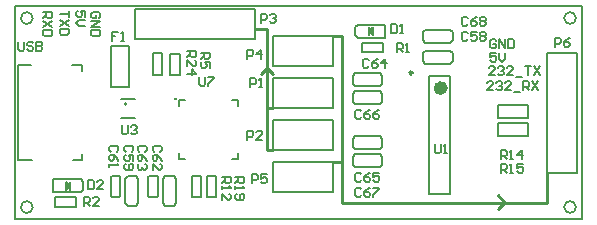
<source format=gto>
%FSLAX25Y25*%
%MOIN*%
G70*
G01*
G75*
%ADD10R,0.02756X0.03347*%
%ADD11O,0.08661X0.02362*%
%ADD12R,0.05118X0.03937*%
%ADD13R,0.02362X0.02362*%
%ADD14R,0.03347X0.02756*%
%ADD15R,0.01800X0.01200*%
%ADD16R,0.03400X0.01200*%
%ADD17R,0.01200X0.03400*%
%ADD18R,0.10236X0.10236*%
%ADD19R,0.07480X0.05512*%
%ADD20R,0.05315X0.01654*%
%ADD21R,0.02362X0.02362*%
%ADD22C,0.01000*%
%ADD23C,0.02000*%
%ADD24C,0.03000*%
%ADD25C,0.00800*%
%ADD26R,0.11500X0.04000*%
%ADD27R,0.07000X0.01500*%
%ADD28C,0.00500*%
%ADD29R,0.05906X0.05906*%
%ADD30C,0.05906*%
%ADD31R,0.05906X0.05906*%
%ADD32C,0.03228*%
%ADD33C,0.02000*%
%ADD34C,0.03000*%
%ADD35C,0.00984*%
%ADD36C,0.02362*%
%ADD37C,0.00600*%
%ADD38C,0.00787*%
D22*
X47524Y27100D02*
G03*
X47524Y27100I-224J0D01*
G01*
X78000Y37500D02*
X80000Y35500D01*
X76000D02*
X78000Y37500D01*
Y38000D01*
X155000Y-9500D02*
X157000Y-7500D01*
X157500D01*
X155000Y-5000D02*
X157500Y-7500D01*
X163000D01*
X100000Y6000D02*
X103000D01*
X100000Y48000D02*
X103000D01*
X78000Y10000D02*
X80000D01*
X78000D02*
Y24000D01*
X80000D01*
X171500Y-7500D02*
Y2500D01*
X103000Y-7500D02*
X171500D01*
X103000D02*
Y48000D01*
X74000Y50500D02*
X78000D01*
Y24000D02*
Y50500D01*
D28*
X106532Y26122D02*
X107319Y25335D01*
X106532Y28878D02*
X107319Y29665D01*
X115587D02*
X116374Y28878D01*
X115587Y25335D02*
X116374Y26122D01*
X107319Y25335D02*
X115587D01*
X116374Y26122D02*
Y28878D01*
X106532Y26122D02*
Y28878D01*
X107319Y29665D02*
X115587D01*
X106532Y32122D02*
X107319Y31335D01*
X106532Y34878D02*
X107319Y35665D01*
X115587D02*
X116374Y34878D01*
X115587Y31335D02*
X116374Y32122D01*
X107319Y31335D02*
X115587D01*
X116374Y32122D02*
Y34878D01*
X106532Y32122D02*
Y34878D01*
X107319Y35665D02*
X115587D01*
Y14665D02*
X116374Y13878D01*
X115587Y10335D02*
X116374Y11122D01*
X106532D02*
X107319Y10335D01*
X106532Y13878D02*
X107319Y14665D01*
X115587D01*
X106532Y11122D02*
Y13878D01*
X116374Y11122D02*
Y13878D01*
X107319Y10335D02*
X115587D01*
X106532Y5122D02*
X107319Y4335D01*
X106532Y7878D02*
X107319Y8665D01*
X115587D02*
X116374Y7878D01*
X115587Y4335D02*
X116374Y5122D01*
X107319Y4335D02*
X115587D01*
X116374Y5122D02*
Y7878D01*
X106532Y5122D02*
Y7878D01*
X107319Y8665D02*
X115587D01*
X155126Y20835D02*
Y25165D01*
X164969Y20835D02*
Y25165D01*
X155126D02*
X164969D01*
X155126Y20835D02*
X164969D01*
X155126Y14835D02*
Y19165D01*
X164969Y14835D02*
Y19165D01*
X155126D02*
X164969D01*
X155126Y14835D02*
X164969D01*
X139087Y50165D02*
X139874Y49378D01*
X139087Y45835D02*
X139874Y46622D01*
X130032D02*
X130819Y45835D01*
X130032Y49378D02*
X130819Y50165D01*
X139087D01*
X130032Y46622D02*
Y49378D01*
X139874Y46622D02*
Y49378D01*
X130819Y45835D02*
X139087D01*
Y43165D02*
X139874Y42378D01*
X139087Y38835D02*
X139874Y39622D01*
X130032D02*
X130819Y38835D01*
X130032Y42378D02*
X130819Y43165D01*
X139087D01*
X130032Y39622D02*
Y42378D01*
X139874Y39622D02*
Y42378D01*
X130819Y38835D02*
X139087D01*
X25850Y44630D02*
X32150D01*
X25850Y31244D02*
X32150D01*
X32150Y43646D02*
X32150D01*
X25850Y31244D02*
Y44630D01*
X32150Y31244D02*
Y44630D01*
X45725Y35088D02*
X48875D01*
X45725Y42175D02*
X48875D01*
Y35088D02*
Y42175D01*
X45725Y35088D02*
Y42175D01*
X39925Y35188D02*
X43075D01*
X39925Y42275D02*
X43075D01*
Y35188D02*
Y42275D01*
X39925Y35188D02*
Y42275D01*
X57925Y1374D02*
X61075D01*
X57925Y-5713D02*
X61075D01*
X57925D02*
Y1374D01*
X61075Y-5713D02*
Y1374D01*
X52925D02*
X56075D01*
X52925Y-5713D02*
X56075D01*
X52925D02*
Y1374D01*
X56075Y-5713D02*
Y1374D01*
X46878Y-8468D02*
X47665Y-7681D01*
X43335D02*
X44122Y-8468D01*
X43335Y587D02*
X44122Y1374D01*
X46878D02*
X47665Y587D01*
Y-7681D02*
Y587D01*
X44122Y1374D02*
X46878D01*
X44122Y-8468D02*
X46878D01*
X43335Y-7681D02*
Y587D01*
X38425Y-5319D02*
X38425D01*
X38819Y1374D02*
X41181D01*
X38425Y-5319D02*
Y980D01*
X38819Y-5713D02*
X41181D01*
X41575Y-5319D02*
Y980D01*
X41181Y1374D02*
X41181D01*
X41575Y980D01*
X38819Y1374D02*
Y1374D01*
X38425Y980D02*
X38819Y1374D01*
X41181Y-5713D02*
Y-5713D01*
X41575Y-5319D01*
X38819Y-5713D02*
Y-5713D01*
X38425Y-5319D02*
X38819Y-5713D01*
X30835Y587D02*
X31622Y1374D01*
X34378D02*
X35165Y587D01*
X34378Y-8468D02*
X35165Y-7681D01*
X30835D02*
X31622Y-8468D01*
X30835Y-7681D02*
Y587D01*
X31622Y-8468D02*
X34378D01*
X31622Y1374D02*
X34378D01*
X35165Y-7681D02*
Y587D01*
X25925Y-5319D02*
X25925D01*
X26319Y1374D02*
X28681D01*
X25925Y-5319D02*
Y980D01*
X26319Y-5713D02*
X28681D01*
X29075Y-5319D02*
Y980D01*
X28681Y1374D02*
X28681D01*
X29075Y980D01*
X26319Y1374D02*
Y1374D01*
X25925Y980D02*
X26319Y1374D01*
X28681Y-5713D02*
Y-5713D01*
X29075Y-5319D01*
X26319Y-5713D02*
Y-5713D01*
X25925Y-5319D02*
X26319Y-5713D01*
X-5153Y6819D02*
X-200D01*
X-5153Y38367D02*
X-600D01*
X12900D02*
X16500D01*
Y36367D02*
Y38367D01*
Y6819D02*
Y8787D01*
X13500Y6819D02*
X16500D01*
X-5153D02*
Y38367D01*
X15887Y265D02*
X16674Y-522D01*
X10867Y-1900D02*
X12245D01*
X10867Y-3278D02*
X12245Y-1900D01*
X10867Y-522D02*
X12245Y-1900D01*
X10867Y-3278D02*
Y-522D01*
X12245Y-3278D02*
Y-522D01*
X15887Y-4065D02*
X16674Y-3278D01*
X6831Y265D02*
X15887D01*
X16674Y-3278D02*
Y-522D01*
X6831Y-4065D02*
X15887D01*
X6831D02*
Y265D01*
X7388Y-8775D02*
Y-5625D01*
X14475Y-8775D02*
Y-5625D01*
X7388Y-8775D02*
X14475D01*
X7388Y-5625D02*
X14475D01*
X116812Y42725D02*
Y45875D01*
X109725Y42725D02*
Y45875D01*
X116812D01*
X109725Y42725D02*
X116812D01*
X107426Y48322D02*
X108213Y47535D01*
X111855Y49700D02*
X113233D01*
X111855D02*
X113233Y51078D01*
X111855Y49700D02*
X113233Y48322D01*
Y51078D01*
X111855Y48322D02*
Y51078D01*
X107426Y51078D02*
X108213Y51865D01*
X108213Y47535D02*
X117269D01*
X107426Y48322D02*
Y51078D01*
X108213Y51865D02*
X117269D01*
Y47535D02*
Y51865D01*
X76000Y52500D02*
Y55499D01*
X77500D01*
X77999Y54999D01*
Y54000D01*
X77500Y53500D01*
X76000D01*
X78999Y54999D02*
X79499Y55499D01*
X80499D01*
X80998Y54999D01*
Y54499D01*
X80499Y54000D01*
X79999D01*
X80499D01*
X80998Y53500D01*
Y53000D01*
X80499Y52500D01*
X79499D01*
X78999Y53000D01*
X28499Y49499D02*
X26500D01*
Y48000D01*
X27500D01*
X26500D01*
Y46500D01*
X29499D02*
X30499D01*
X29999D01*
Y49499D01*
X29499Y48999D01*
X144999D02*
X144500Y49499D01*
X143500D01*
X143000Y48999D01*
Y47000D01*
X143500Y46500D01*
X144500D01*
X144999Y47000D01*
X147998Y49499D02*
X145999D01*
Y48000D01*
X146999Y48499D01*
X147499D01*
X147998Y48000D01*
Y47000D01*
X147499Y46500D01*
X146499D01*
X145999Y47000D01*
X148998Y48999D02*
X149498Y49499D01*
X150498D01*
X150997Y48999D01*
Y48499D01*
X150498Y48000D01*
X150997Y47500D01*
Y47000D01*
X150498Y46500D01*
X149498D01*
X148998Y47000D01*
Y47500D01*
X149498Y48000D01*
X148998Y48499D01*
Y48999D01*
X149498Y48000D02*
X150498D01*
X32999Y9501D02*
X33499Y10001D01*
Y11000D01*
X32999Y11500D01*
X31000D01*
X30500Y11000D01*
Y10001D01*
X31000Y9501D01*
X33499Y6502D02*
Y8501D01*
X31999D01*
X32499Y7501D01*
Y7001D01*
X31999Y6502D01*
X31000D01*
X30500Y7001D01*
Y8001D01*
X31000Y8501D01*
Y5502D02*
X30500Y5002D01*
Y4002D01*
X31000Y3503D01*
X32999D01*
X33499Y4002D01*
Y5002D01*
X32999Y5502D01*
X32499D01*
X31999Y5002D01*
Y3503D01*
X27999Y9501D02*
X28499Y10001D01*
Y11000D01*
X27999Y11500D01*
X26000D01*
X25500Y11000D01*
Y10001D01*
X26000Y9501D01*
X28499Y6502D02*
X27999Y7501D01*
X27000Y8501D01*
X26000D01*
X25500Y8001D01*
Y7001D01*
X26000Y6502D01*
X26500D01*
X27000Y7001D01*
Y8501D01*
X25500Y5502D02*
Y4502D01*
Y5002D01*
X28499D01*
X27999Y5502D01*
X42499Y9501D02*
X42999Y10001D01*
Y11000D01*
X42499Y11500D01*
X40500D01*
X40000Y11000D01*
Y10001D01*
X40500Y9501D01*
X42999Y6502D02*
X42499Y7501D01*
X41500Y8501D01*
X40500D01*
X40000Y8001D01*
Y7001D01*
X40500Y6502D01*
X41000D01*
X41500Y7001D01*
Y8501D01*
X40000Y3503D02*
Y5502D01*
X41999Y3503D01*
X42499D01*
X42999Y4002D01*
Y5002D01*
X42499Y5502D01*
X37499Y9501D02*
X37999Y10001D01*
Y11000D01*
X37499Y11500D01*
X35500D01*
X35000Y11000D01*
Y10001D01*
X35500Y9501D01*
X37999Y6502D02*
X37499Y7501D01*
X36500Y8501D01*
X35500D01*
X35000Y8001D01*
Y7001D01*
X35500Y6502D01*
X36000D01*
X36500Y7001D01*
Y8501D01*
X37499Y5502D02*
X37999Y5002D01*
Y4002D01*
X37499Y3503D01*
X36999D01*
X36500Y4002D01*
Y4502D01*
Y4002D01*
X36000Y3503D01*
X35500D01*
X35000Y4002D01*
Y5002D01*
X35500Y5502D01*
X111999Y39999D02*
X111500Y40499D01*
X110500D01*
X110000Y39999D01*
Y38000D01*
X110500Y37500D01*
X111500D01*
X111999Y38000D01*
X114998Y40499D02*
X113999Y39999D01*
X112999Y39000D01*
Y38000D01*
X113499Y37500D01*
X114499D01*
X114998Y38000D01*
Y38500D01*
X114499Y39000D01*
X112999D01*
X117498Y37500D02*
Y40499D01*
X115998Y39000D01*
X117997D01*
X109499Y1999D02*
X109000Y2499D01*
X108000D01*
X107500Y1999D01*
Y-0D01*
X108000Y-500D01*
X109000D01*
X109499Y-0D01*
X112498Y2499D02*
X111499Y1999D01*
X110499Y1000D01*
Y-0D01*
X110999Y-500D01*
X111999D01*
X112498Y-0D01*
Y500D01*
X111999Y1000D01*
X110499D01*
X115497Y2499D02*
X113498D01*
Y1000D01*
X114498Y1499D01*
X114998D01*
X115497Y1000D01*
Y-0D01*
X114998Y-500D01*
X113998D01*
X113498Y-0D01*
X109499Y22999D02*
X109000Y23499D01*
X108000D01*
X107500Y22999D01*
Y21000D01*
X108000Y20500D01*
X109000D01*
X109499Y21000D01*
X112498Y23499D02*
X111499Y22999D01*
X110499Y22000D01*
Y21000D01*
X110999Y20500D01*
X111999D01*
X112498Y21000D01*
Y21500D01*
X111999Y22000D01*
X110499D01*
X115497Y23499D02*
X114498Y22999D01*
X113498Y22000D01*
Y21000D01*
X113998Y20500D01*
X114998D01*
X115497Y21000D01*
Y21500D01*
X114998Y22000D01*
X113498D01*
X109499Y-3001D02*
X109000Y-2501D01*
X108000D01*
X107500Y-3001D01*
Y-5000D01*
X108000Y-5500D01*
X109000D01*
X109499Y-5000D01*
X112498Y-2501D02*
X111499Y-3001D01*
X110499Y-4000D01*
Y-5000D01*
X110999Y-5500D01*
X111999D01*
X112498Y-5000D01*
Y-4500D01*
X111999Y-4000D01*
X110499D01*
X113498Y-2501D02*
X115497D01*
Y-3001D01*
X113498Y-5000D01*
Y-5500D01*
X144999Y53999D02*
X144500Y54499D01*
X143500D01*
X143000Y53999D01*
Y52000D01*
X143500Y51500D01*
X144500D01*
X144999Y52000D01*
X147998Y54499D02*
X146999Y53999D01*
X145999Y53000D01*
Y52000D01*
X146499Y51500D01*
X147499D01*
X147998Y52000D01*
Y52500D01*
X147499Y53000D01*
X145999D01*
X148998Y53999D02*
X149498Y54499D01*
X150498D01*
X150997Y53999D01*
Y53499D01*
X150498Y53000D01*
X150997Y52500D01*
Y52000D01*
X150498Y51500D01*
X149498D01*
X148998Y52000D01*
Y52500D01*
X149498Y53000D01*
X148998Y53499D01*
Y53999D01*
X149498Y53000D02*
X150498D01*
X72500Y31000D02*
Y33999D01*
X74000D01*
X74499Y33499D01*
Y32500D01*
X74000Y32000D01*
X72500D01*
X75499Y31000D02*
X76499D01*
X75999D01*
Y33999D01*
X75499Y33499D01*
X71500Y13500D02*
Y16499D01*
X73000D01*
X73499Y15999D01*
Y14999D01*
X73000Y14500D01*
X71500D01*
X76498Y13500D02*
X74499D01*
X76498Y15499D01*
Y15999D01*
X75999Y16499D01*
X74999D01*
X74499Y15999D01*
X71500Y40500D02*
Y43499D01*
X73000D01*
X73499Y42999D01*
Y42000D01*
X73000Y41500D01*
X71500D01*
X75999Y40500D02*
Y43499D01*
X74499Y42000D01*
X76498D01*
X73000Y-1000D02*
Y1999D01*
X74499D01*
X74999Y1499D01*
Y500D01*
X74499Y-0D01*
X73000D01*
X77998Y1999D02*
X75999D01*
Y500D01*
X76999Y999D01*
X77499D01*
X77998Y500D01*
Y-500D01*
X77499Y-1000D01*
X76499D01*
X75999Y-500D01*
X174000Y44500D02*
Y47499D01*
X175499D01*
X175999Y46999D01*
Y46000D01*
X175499Y45500D01*
X174000D01*
X178998Y47499D02*
X177999Y46999D01*
X176999Y46000D01*
Y45000D01*
X177499Y44500D01*
X178499D01*
X178998Y45000D01*
Y45500D01*
X178499Y46000D01*
X176999D01*
X56000Y42500D02*
X58999D01*
Y41001D01*
X58499Y40501D01*
X57499D01*
X57000Y41001D01*
Y42500D01*
Y41500D02*
X56000Y40501D01*
X58999Y37502D02*
Y39501D01*
X57499D01*
X57999Y38501D01*
Y38001D01*
X57499Y37502D01*
X56500D01*
X56000Y38001D01*
Y39001D01*
X56500Y39501D01*
X63000Y1000D02*
X65999D01*
Y-500D01*
X65499Y-999D01*
X64499D01*
X64000Y-500D01*
Y1000D01*
Y0D02*
X63000Y-999D01*
Y-1999D02*
Y-2999D01*
Y-2499D01*
X65999D01*
X65499Y-1999D01*
X63000Y-6498D02*
Y-4498D01*
X64999Y-6498D01*
X65499D01*
X65999Y-5998D01*
Y-4998D01*
X65499Y-4498D01*
X156000Y7000D02*
Y9999D01*
X157500D01*
X157999Y9499D01*
Y8500D01*
X157500Y8000D01*
X156000D01*
X157000D02*
X157999Y7000D01*
X158999D02*
X159999D01*
X159499D01*
Y9999D01*
X158999Y9499D01*
X162998Y7000D02*
Y9999D01*
X161498Y8500D01*
X163498D01*
X156000Y2500D02*
Y5499D01*
X157500D01*
X157999Y4999D01*
Y3999D01*
X157500Y3500D01*
X156000D01*
X157000D02*
X157999Y2500D01*
X158999D02*
X159999D01*
X159499D01*
Y5499D01*
X158999Y4999D01*
X163498Y5499D02*
X161498D01*
Y3999D01*
X162498Y4499D01*
X162998D01*
X163498Y3999D01*
Y3000D01*
X162998Y2500D01*
X161998D01*
X161498Y3000D01*
X67500Y1000D02*
X70499D01*
Y-500D01*
X69999Y-999D01*
X68999D01*
X68500Y-500D01*
Y1000D01*
Y0D02*
X67500Y-999D01*
Y-1999D02*
Y-2999D01*
Y-2499D01*
X70499D01*
X69999Y-1999D01*
X68000Y-4498D02*
X67500Y-4998D01*
Y-5998D01*
X68000Y-6498D01*
X69999D01*
X70499Y-5998D01*
Y-4998D01*
X69999Y-4498D01*
X69499D01*
X68999Y-4998D01*
Y-6498D01*
X51500Y43000D02*
X54499D01*
Y41500D01*
X53999Y41001D01*
X53000D01*
X52500Y41500D01*
Y43000D01*
Y42000D02*
X51500Y41001D01*
Y38002D02*
Y40001D01*
X53499Y38002D01*
X53999D01*
X54499Y38501D01*
Y39501D01*
X53999Y40001D01*
X51500Y35502D02*
X54499D01*
X53000Y37002D01*
Y35003D01*
X134000Y11999D02*
Y9500D01*
X134500Y9000D01*
X135500D01*
X135999Y9500D01*
Y11999D01*
X136999Y9000D02*
X137999D01*
X137499D01*
Y11999D01*
X136999Y11499D01*
X29600Y18399D02*
Y15900D01*
X30100Y15400D01*
X31100D01*
X31599Y15900D01*
Y18399D01*
X32599Y17899D02*
X33099Y18399D01*
X34099D01*
X34598Y17899D01*
Y17399D01*
X34099Y16899D01*
X33599D01*
X34099D01*
X34598Y16400D01*
Y15900D01*
X34099Y15400D01*
X33099D01*
X32599Y15900D01*
X55500Y34499D02*
Y32000D01*
X56000Y31500D01*
X56999D01*
X57499Y32000D01*
Y34499D01*
X58499D02*
X60498D01*
Y33999D01*
X58499Y32000D01*
Y31500D01*
X-4900Y46199D02*
Y43700D01*
X-4400Y43200D01*
X-3401D01*
X-2901Y43700D01*
Y46199D01*
X98Y45699D02*
X-401Y46199D01*
X-1401D01*
X-1901Y45699D01*
Y45199D01*
X-1401Y44699D01*
X-401D01*
X98Y44200D01*
Y43700D01*
X-401Y43200D01*
X-1401D01*
X-1901Y43700D01*
X1098Y46199D02*
Y43200D01*
X2598D01*
X3097Y43700D01*
Y44200D01*
X2598Y44699D01*
X1098D01*
X2598D01*
X3097Y45199D01*
Y45699D01*
X2598Y46199D01*
X1098D01*
X119500Y51999D02*
Y49000D01*
X121000D01*
X121499Y49500D01*
Y51499D01*
X121000Y51999D01*
X119500D01*
X122499Y49000D02*
X123499D01*
X122999D01*
Y51999D01*
X122499Y51499D01*
X18500Y-1D02*
Y-3000D01*
X19999D01*
X20499Y-2500D01*
Y-501D01*
X19999Y-1D01*
X18500D01*
X23498Y-3000D02*
X21499D01*
X23498Y-1001D01*
Y-501D01*
X22999Y-1D01*
X21999D01*
X21499Y-501D01*
X121200Y42700D02*
Y45699D01*
X122699D01*
X123199Y45199D01*
Y44199D01*
X122699Y43700D01*
X121200D01*
X122200D02*
X123199Y42700D01*
X124199D02*
X125199D01*
X124699D01*
Y45699D01*
X124199Y45199D01*
X17000Y-8500D02*
Y-5501D01*
X18499D01*
X18999Y-6001D01*
Y-7000D01*
X18499Y-7500D01*
X17000D01*
X18000D02*
X18999Y-8500D01*
X21998D02*
X19999D01*
X21998Y-6501D01*
Y-6001D01*
X21499Y-5501D01*
X20499D01*
X19999Y-6001D01*
X3500Y56000D02*
X6499D01*
Y54501D01*
X5999Y54001D01*
X5000D01*
X4500Y54501D01*
Y56000D01*
Y55000D02*
X3500Y54001D01*
X6499Y53001D02*
X3500Y51002D01*
X6499D02*
X3500Y53001D01*
X6499Y50002D02*
X3500D01*
Y48502D01*
X4000Y48003D01*
X5999D01*
X6499Y48502D01*
Y50002D01*
X11999Y56500D02*
Y54501D01*
Y55500D01*
X9000D01*
X11999Y53501D02*
X9000Y51502D01*
X11999D02*
X9000Y53501D01*
X11999Y50502D02*
X9000D01*
Y49002D01*
X9500Y48503D01*
X11499D01*
X11999Y49002D01*
Y50502D01*
X17499Y54501D02*
Y56500D01*
X16000D01*
X16499Y55500D01*
Y55001D01*
X16000Y54501D01*
X15000D01*
X14500Y55001D01*
Y56000D01*
X15000Y56500D01*
X17499Y53501D02*
X15500D01*
X14500Y52501D01*
X15500Y51502D01*
X17499D01*
X21999Y54001D02*
X22499Y54501D01*
Y55500D01*
X21999Y56000D01*
X20000D01*
X19500Y55500D01*
Y54501D01*
X20000Y54001D01*
X21000D01*
Y55000D01*
X19500Y53001D02*
X22499D01*
X19500Y51002D01*
X22499D01*
Y50002D02*
X19500D01*
Y48502D01*
X20000Y48003D01*
X21999D01*
X22499Y48502D01*
Y50002D01*
X153499Y30000D02*
X151500D01*
X153499Y31999D01*
Y32499D01*
X152999Y32999D01*
X152000D01*
X151500Y32499D01*
X154499D02*
X154999Y32999D01*
X155999D01*
X156498Y32499D01*
Y31999D01*
X155999Y31499D01*
X155499D01*
X155999D01*
X156498Y31000D01*
Y30500D01*
X155999Y30000D01*
X154999D01*
X154499Y30500D01*
X159497Y30000D02*
X157498D01*
X159497Y31999D01*
Y32499D01*
X158998Y32999D01*
X157998D01*
X157498Y32499D01*
X160497Y29500D02*
X162496D01*
X163496Y30000D02*
Y32999D01*
X164996D01*
X165496Y32499D01*
Y31499D01*
X164996Y31000D01*
X163496D01*
X164496D02*
X165496Y30000D01*
X166495Y32999D02*
X168494Y30000D01*
Y32999D02*
X166495Y30000D01*
X153999Y35000D02*
X152000D01*
X153999Y36999D01*
Y37499D01*
X153499Y37999D01*
X152500D01*
X152000Y37499D01*
X154999D02*
X155499Y37999D01*
X156499D01*
X156998Y37499D01*
Y36999D01*
X156499Y36500D01*
X155999D01*
X156499D01*
X156998Y36000D01*
Y35500D01*
X156499Y35000D01*
X155499D01*
X154999Y35500D01*
X159997Y35000D02*
X157998D01*
X159997Y36999D01*
Y37499D01*
X159498Y37999D01*
X158498D01*
X157998Y37499D01*
X160997Y34500D02*
X162996D01*
X163996Y37999D02*
X165996D01*
X164996D01*
Y35000D01*
X166995Y37999D02*
X168994Y35000D01*
Y37999D02*
X166995Y35000D01*
X154499Y42499D02*
X152500D01*
Y40999D01*
X153500Y41499D01*
X153999D01*
X154499Y40999D01*
Y40000D01*
X153999Y39500D01*
X153000D01*
X152500Y40000D01*
X155499Y42499D02*
Y40500D01*
X156499Y39500D01*
X157498Y40500D01*
Y42499D01*
X154499Y46499D02*
X153999Y46999D01*
X153000D01*
X152500Y46499D01*
Y44500D01*
X153000Y44000D01*
X153999D01*
X154499Y44500D01*
Y45500D01*
X153500D01*
X155499Y44000D02*
Y46999D01*
X157498Y44000D01*
Y46999D01*
X158498D02*
Y44000D01*
X159998D01*
X160497Y44500D01*
Y46499D01*
X159998Y46999D01*
X158498D01*
X181008Y54063D02*
G03*
X181008Y54063I-1969J0D01*
G01*
Y-8929D02*
G03*
X181008Y-8929I-1969J0D01*
G01*
X-94D02*
G03*
X-94Y-8929I-1969J0D01*
G01*
Y54063D02*
G03*
X-94Y54063I-1969J0D01*
G01*
X-6000Y-12866D02*
X182976D01*
Y58000D01*
X-6000D02*
X182976D01*
X-6000Y-12866D02*
Y58000D01*
D35*
X126543Y35846D02*
G03*
X126543Y35846I-492J0D01*
G01*
D36*
X137075Y30748D02*
G03*
X137075Y30748I-1181J0D01*
G01*
D37*
X31213Y25475D02*
G03*
X31213Y25475I-400J0D01*
G01*
X29238Y20700D02*
X34000D01*
X29238Y27050D02*
X34000D01*
X68350Y24815D02*
Y26850D01*
X66316Y7150D02*
X68350D01*
X48650Y26850D02*
X50684D01*
X48650Y7150D02*
X50684D01*
X68350D02*
Y9184D01*
X66316Y26850D02*
X68350D01*
X48650Y24815D02*
Y26850D01*
Y7150D02*
Y9184D01*
D38*
X171500Y2500D02*
X181500D01*
X171500D02*
Y42500D01*
X181500Y2500D02*
Y42500D01*
X171500D02*
X181500D01*
X131957Y-4685D02*
Y34685D01*
X139043Y-4685D02*
Y34685D01*
X131957D02*
X139043D01*
X131957Y-4685D02*
X139043D01*
X80000Y-4000D02*
X100000D01*
Y6000D01*
X80000D02*
X100000D01*
X80000Y-4000D02*
Y6000D01*
Y10000D02*
X100000D01*
Y20000D01*
X80000D02*
X100000D01*
X80000Y10000D02*
Y20000D01*
Y24000D02*
X100000D01*
Y34000D01*
X80000D02*
X100000D01*
X80000Y24000D02*
Y34000D01*
Y38000D02*
X100000D01*
Y48000D01*
X80000D02*
X100000D01*
X80000Y38000D02*
Y48000D01*
X74000Y47000D02*
Y57000D01*
X34000Y47000D02*
X74000D01*
X34000Y57000D02*
X74000D01*
X34000Y47000D02*
Y57000D01*
M02*

</source>
